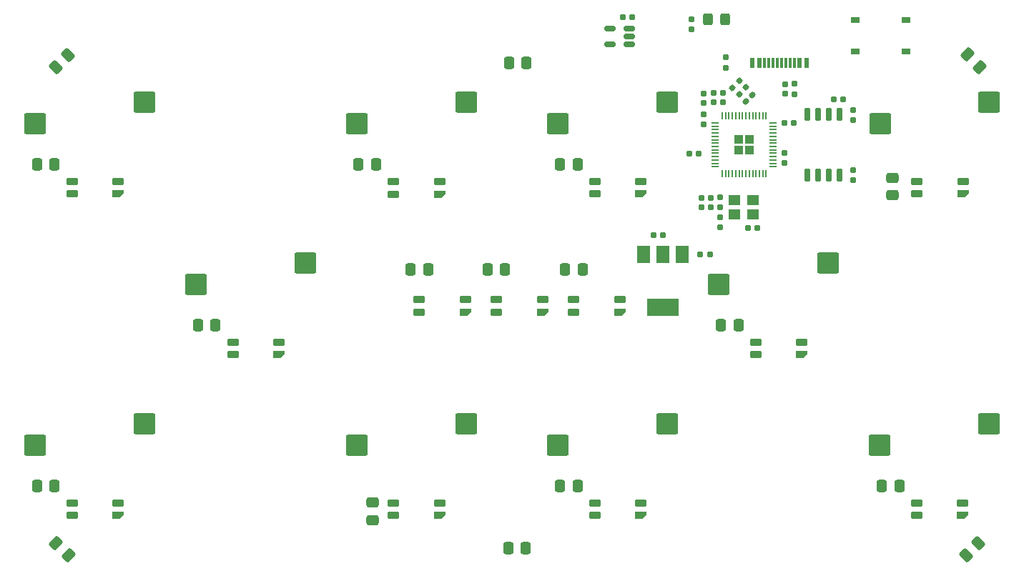
<source format=gbp>
%TF.GenerationSoftware,KiCad,Pcbnew,(7.0.0)*%
%TF.CreationDate,2023-03-23T02:06:17-06:00*%
%TF.ProjectId,PicoLX,5069636f-4c58-42e6-9b69-6361645f7063,rev?*%
%TF.SameCoordinates,Original*%
%TF.FileFunction,Paste,Bot*%
%TF.FilePolarity,Positive*%
%FSLAX46Y46*%
G04 Gerber Fmt 4.6, Leading zero omitted, Abs format (unit mm)*
G04 Created by KiCad (PCBNEW (7.0.0)) date 2023-03-23 02:06:17*
%MOMM*%
%LPD*%
G01*
G04 APERTURE LIST*
G04 Aperture macros list*
%AMRoundRect*
0 Rectangle with rounded corners*
0 $1 Rounding radius*
0 $2 $3 $4 $5 $6 $7 $8 $9 X,Y pos of 4 corners*
0 Add a 4 corners polygon primitive as box body*
4,1,4,$2,$3,$4,$5,$6,$7,$8,$9,$2,$3,0*
0 Add four circle primitives for the rounded corners*
1,1,$1+$1,$2,$3*
1,1,$1+$1,$4,$5*
1,1,$1+$1,$6,$7*
1,1,$1+$1,$8,$9*
0 Add four rect primitives between the rounded corners*
20,1,$1+$1,$2,$3,$4,$5,0*
20,1,$1+$1,$4,$5,$6,$7,0*
20,1,$1+$1,$6,$7,$8,$9,0*
20,1,$1+$1,$8,$9,$2,$3,0*%
%AMFreePoly0*
4,1,18,-0.410000,0.593000,-0.403758,0.624380,-0.385983,0.650983,-0.359380,0.668758,-0.328000,0.675000,0.328000,0.675000,0.359380,0.668758,0.385983,0.650983,0.403758,0.624380,0.410000,0.593000,0.410000,-0.593000,0.403758,-0.624380,0.385983,-0.650983,0.359380,-0.668758,0.328000,-0.675000,0.000000,-0.675000,-0.410000,-0.265000,-0.410000,0.593000,-0.410000,0.593000,$1*%
G04 Aperture macros list end*
%ADD10RoundRect,0.155000X0.212500X0.155000X-0.212500X0.155000X-0.212500X-0.155000X0.212500X-0.155000X0*%
%ADD11RoundRect,0.160000X0.160000X-0.197500X0.160000X0.197500X-0.160000X0.197500X-0.160000X-0.197500X0*%
%ADD12RoundRect,0.250000X-0.337500X-0.475000X0.337500X-0.475000X0.337500X0.475000X-0.337500X0.475000X0*%
%ADD13RoundRect,0.250000X0.475000X-0.337500X0.475000X0.337500X-0.475000X0.337500X-0.475000X-0.337500X0*%
%ADD14RoundRect,0.250000X0.337500X0.475000X-0.337500X0.475000X-0.337500X-0.475000X0.337500X-0.475000X0*%
%ADD15RoundRect,0.250000X-0.475000X0.337500X-0.475000X-0.337500X0.475000X-0.337500X0.475000X0.337500X0*%
%ADD16RoundRect,0.250000X0.574524X0.097227X0.097227X0.574524X-0.574524X-0.097227X-0.097227X-0.574524X0*%
%ADD17RoundRect,0.250000X0.097227X-0.574524X0.574524X-0.097227X-0.097227X0.574524X-0.574524X0.097227X0*%
%ADD18RoundRect,0.250000X-0.097227X0.574524X-0.574524X0.097227X0.097227X-0.574524X0.574524X-0.097227X0*%
%ADD19RoundRect,0.082000X0.593000X-0.328000X0.593000X0.328000X-0.593000X0.328000X-0.593000X-0.328000X0*%
%ADD20FreePoly0,90.000000*%
%ADD21RoundRect,0.200000X-1.075000X-1.050000X1.075000X-1.050000X1.075000X1.050000X-1.075000X1.050000X0*%
%ADD22RoundRect,0.160000X-0.160000X0.197500X-0.160000X-0.197500X0.160000X-0.197500X0.160000X0.197500X0*%
%ADD23RoundRect,0.160000X-0.026517X-0.252791X0.252791X0.026517X0.026517X0.252791X-0.252791X-0.026517X0*%
%ADD24R,1.400000X1.200000*%
%ADD25RoundRect,0.155000X-0.155000X0.212500X-0.155000X-0.212500X0.155000X-0.212500X0.155000X0.212500X0*%
%ADD26RoundRect,0.155000X0.155000X-0.212500X0.155000X0.212500X-0.155000X0.212500X-0.155000X-0.212500X0*%
%ADD27R,1.000000X0.750000*%
%ADD28RoundRect,0.155000X-0.212500X-0.155000X0.212500X-0.155000X0.212500X0.155000X-0.212500X0.155000X0*%
%ADD29R,0.600000X1.240000*%
%ADD30R,0.300000X1.240000*%
%ADD31RoundRect,0.250000X0.325000X0.450000X-0.325000X0.450000X-0.325000X-0.450000X0.325000X-0.450000X0*%
%ADD32RoundRect,0.050000X0.050000X0.387500X-0.050000X0.387500X-0.050000X-0.387500X0.050000X-0.387500X0*%
%ADD33RoundRect,0.050000X0.387500X0.050000X-0.387500X0.050000X-0.387500X-0.050000X0.387500X-0.050000X0*%
%ADD34RoundRect,0.250000X0.292217X0.292217X-0.292217X0.292217X-0.292217X-0.292217X0.292217X-0.292217X0*%
%ADD35RoundRect,0.150000X0.512500X0.150000X-0.512500X0.150000X-0.512500X-0.150000X0.512500X-0.150000X0*%
%ADD36R,1.500000X2.000000*%
%ADD37R,3.800000X2.000000*%
%ADD38RoundRect,0.155000X-0.040659X-0.259862X0.259862X0.040659X0.040659X0.259862X-0.259862X-0.040659X0*%
%ADD39RoundRect,0.150000X0.150000X-0.650000X0.150000X0.650000X-0.150000X0.650000X-0.150000X-0.650000X0*%
G04 APERTURE END LIST*
D10*
%TO.C,C17*%
X172967500Y-62175000D03*
X171832500Y-62175000D03*
%TD*%
D11*
%TO.C,R2*%
X179950000Y-63597500D03*
X179950000Y-62402500D03*
%TD*%
D12*
%TO.C,C36*%
X146714300Y-92049600D03*
X148789300Y-92049600D03*
%TD*%
%TO.C,C35*%
X155832900Y-92049600D03*
X157907900Y-92049600D03*
%TD*%
%TO.C,C34*%
X167077300Y-92049600D03*
X165002300Y-92049600D03*
%TD*%
%TO.C,C33*%
X102471400Y-79603600D03*
X104546400Y-79603600D03*
%TD*%
%TO.C,C32*%
X102471400Y-117703600D03*
X104546400Y-117703600D03*
%TD*%
%TO.C,C31*%
X123596400Y-98653600D03*
X121521400Y-98653600D03*
%TD*%
D13*
%TO.C,C30*%
X142240000Y-121738300D03*
X142240000Y-119663300D03*
%TD*%
D12*
%TO.C,C29*%
X142595600Y-79603600D03*
X140520600Y-79603600D03*
%TD*%
D14*
%TO.C,C28*%
X166471600Y-117703600D03*
X164396600Y-117703600D03*
%TD*%
%TO.C,C27*%
X166471600Y-79603600D03*
X164396600Y-79603600D03*
%TD*%
%TO.C,C26*%
X185521600Y-98653600D03*
X183446600Y-98653600D03*
%TD*%
%TO.C,C25*%
X204571600Y-117703600D03*
X202496600Y-117703600D03*
%TD*%
D15*
%TO.C,C24*%
X203758800Y-81178400D03*
X203758800Y-83253400D03*
%TD*%
D16*
%TO.C,C23*%
X214093623Y-68043623D03*
X212626377Y-66576377D03*
%TD*%
D17*
%TO.C,C22*%
X212473977Y-125904823D03*
X213941223Y-124437577D03*
%TD*%
D12*
%TO.C,C21*%
X158271300Y-125018800D03*
X160346300Y-125018800D03*
%TD*%
D16*
%TO.C,C20*%
X106194423Y-125904823D03*
X104727177Y-124437577D03*
%TD*%
D18*
%TO.C,C19*%
X106143623Y-66627177D03*
X104676377Y-68094423D03*
%TD*%
D12*
%TO.C,C18*%
X158347500Y-67564000D03*
X160422500Y-67564000D03*
%TD*%
D19*
%TO.C,LED19*%
X147745000Y-95600000D03*
X147745000Y-97100000D03*
X153195000Y-95600000D03*
D20*
X153194999Y-97099999D03*
%TD*%
D19*
%TO.C,LED18*%
X156875000Y-95600000D03*
X156875000Y-97100000D03*
X162325000Y-95600000D03*
D20*
X162324999Y-97099999D03*
%TD*%
D19*
%TO.C,LED17*%
X166025000Y-95600000D03*
X166025000Y-97100000D03*
X171475000Y-95600000D03*
D20*
X171474999Y-97099999D03*
%TD*%
D19*
%TO.C,LED16*%
X106615000Y-81600000D03*
X106615000Y-83100000D03*
X112065000Y-81600000D03*
D20*
X112064999Y-83099999D03*
%TD*%
%TO.C,LED15*%
X112064999Y-121199999D03*
D19*
X112065000Y-119700000D03*
X106615000Y-121200000D03*
X106615000Y-119700000D03*
%TD*%
%TO.C,LED14*%
X125665000Y-100650000D03*
X125665000Y-102150000D03*
X131115000Y-100650000D03*
D20*
X131114999Y-102149999D03*
%TD*%
%TO.C,LED13*%
X150149999Y-121199999D03*
D19*
X150150000Y-119700000D03*
X144700000Y-121200000D03*
X144700000Y-119700000D03*
%TD*%
%TO.C,LED12*%
X144675000Y-81625000D03*
X144675000Y-83125000D03*
X150125000Y-81625000D03*
D20*
X150124999Y-83124999D03*
%TD*%
D19*
%TO.C,LED11*%
X168525000Y-81600000D03*
X168525000Y-83100000D03*
X173975000Y-81600000D03*
D20*
X173974999Y-83099999D03*
%TD*%
D19*
%TO.C,LED10*%
X168495000Y-119700000D03*
X168495000Y-121200000D03*
X173945000Y-119700000D03*
D20*
X173944999Y-121199999D03*
%TD*%
D19*
%TO.C,LED9*%
X187575000Y-100650000D03*
X187575000Y-102150000D03*
X193025000Y-100650000D03*
D20*
X193024999Y-102149999D03*
%TD*%
D19*
%TO.C,LED8*%
X206625000Y-119700000D03*
X206625000Y-121200000D03*
X212075000Y-119700000D03*
D20*
X212074999Y-121199999D03*
%TD*%
D19*
%TO.C,LED7*%
X206650000Y-81600000D03*
X206650000Y-83100000D03*
X212100000Y-81600000D03*
D20*
X212099999Y-83099999D03*
%TD*%
D21*
%TO.C,MX9*%
X215203152Y-72183634D03*
X202276152Y-74723634D03*
%TD*%
%TO.C,MX1*%
X115183752Y-110288834D03*
X102256752Y-112828834D03*
%TD*%
%TO.C,MX6*%
X177058152Y-110288834D03*
X164131152Y-112828834D03*
%TD*%
%TO.C,MX5*%
X153258352Y-110288834D03*
X140331352Y-112828834D03*
%TD*%
%TO.C,MX7*%
X177093152Y-72193634D03*
X164166152Y-74733634D03*
%TD*%
%TO.C,MX3*%
X134233752Y-91238834D03*
X121306752Y-93778834D03*
%TD*%
%TO.C,MX10*%
X202266152Y-112833634D03*
X215193152Y-110293634D03*
%TD*%
%TO.C,MX4*%
X153258352Y-72214234D03*
X140331352Y-74754234D03*
%TD*%
%TO.C,MX2*%
X102256752Y-74728834D03*
X115183752Y-72188834D03*
%TD*%
%TO.C,MX8*%
X196143152Y-91243634D03*
X183216152Y-93783634D03*
%TD*%
D11*
%TO.C,R7*%
X192125600Y-71255536D03*
X192125600Y-70060536D03*
%TD*%
D22*
%TO.C,R1*%
X199142404Y-73146036D03*
X199142404Y-74341036D03*
%TD*%
D23*
%TO.C,R5*%
X184789189Y-70503705D03*
X185634181Y-69658713D03*
%TD*%
D24*
%TO.C,Y1*%
X187270803Y-85554535D03*
X185070803Y-85554535D03*
X185070803Y-83854535D03*
X187270803Y-83854535D03*
%TD*%
D25*
%TO.C,C14*%
X182276804Y-83564636D03*
X182276804Y-84699636D03*
%TD*%
D26*
%TO.C,C11*%
X183369004Y-87011036D03*
X183369004Y-85876036D03*
%TD*%
D27*
%TO.C,SW1*%
X205342803Y-62470535D03*
X199342803Y-62470535D03*
X205342803Y-66220535D03*
X199342803Y-66220535D03*
%TD*%
D25*
%TO.C,C1*%
X181184604Y-83564636D03*
X181184604Y-84699636D03*
%TD*%
%TO.C,C9*%
X190980304Y-78264736D03*
X190980304Y-79399736D03*
%TD*%
D10*
%TO.C,C6*%
X183699204Y-72237600D03*
X182564204Y-72237600D03*
%TD*%
D28*
%TO.C,C15*%
X180991700Y-90220400D03*
X182126700Y-90220400D03*
%TD*%
D29*
%TO.C,J1*%
X187186803Y-67530535D03*
X187986803Y-67530535D03*
D30*
X188636803Y-67530535D03*
X189636803Y-67530535D03*
X191136803Y-67530535D03*
X192136803Y-67530535D03*
D29*
X192786803Y-67530535D03*
X193586803Y-67530535D03*
X193586803Y-67530535D03*
X192786803Y-67530535D03*
D30*
X191636803Y-67530535D03*
X190636803Y-67530535D03*
X190136803Y-67530535D03*
X189136803Y-67530535D03*
D29*
X187986803Y-67530535D03*
X187186803Y-67530535D03*
%TD*%
D31*
%TO.C,D1*%
X183962204Y-62389736D03*
X181912204Y-62389736D03*
%TD*%
D32*
%TO.C,U1*%
X188808804Y-73836636D03*
X188408804Y-73836636D03*
X188008804Y-73836636D03*
X187608804Y-73836636D03*
X187208804Y-73836636D03*
X186808804Y-73836636D03*
X186408804Y-73836636D03*
X186008804Y-73836636D03*
X185608804Y-73836636D03*
X185208804Y-73836636D03*
X184808804Y-73836636D03*
X184408804Y-73836636D03*
X184008804Y-73836636D03*
X183608804Y-73836636D03*
D33*
X182771304Y-74674136D03*
X182771304Y-75074136D03*
X182771304Y-75474136D03*
X182771304Y-75874136D03*
X182771304Y-76274136D03*
X182771304Y-76674136D03*
X182771304Y-77074136D03*
X182771304Y-77474136D03*
X182771304Y-77874136D03*
X182771304Y-78274136D03*
X182771304Y-78674136D03*
X182771304Y-79074136D03*
X182771304Y-79474136D03*
X182771304Y-79874136D03*
D32*
X183608804Y-80711636D03*
X184008804Y-80711636D03*
X184408804Y-80711636D03*
X184808804Y-80711636D03*
X185208804Y-80711636D03*
X185608804Y-80711636D03*
X186008804Y-80711636D03*
X186408804Y-80711636D03*
X186808804Y-80711636D03*
X187208804Y-80711636D03*
X187608804Y-80711636D03*
X188008804Y-80711636D03*
X188408804Y-80711636D03*
X188808804Y-80711636D03*
D33*
X189646304Y-79874136D03*
X189646304Y-79474136D03*
X189646304Y-79074136D03*
X189646304Y-78674136D03*
X189646304Y-78274136D03*
X189646304Y-77874136D03*
X189646304Y-77474136D03*
X189646304Y-77074136D03*
X189646304Y-76674136D03*
X189646304Y-76274136D03*
X189646304Y-75874136D03*
X189646304Y-75474136D03*
X189646304Y-75074136D03*
X189646304Y-74674136D03*
D34*
X185571304Y-76636636D03*
X185571304Y-77911636D03*
X186846304Y-76636636D03*
X186846304Y-77911636D03*
%TD*%
D23*
%TO.C,R4*%
X185597412Y-71311928D03*
X186442404Y-70466936D03*
%TD*%
D10*
%TO.C,C16*%
X176580800Y-87985200D03*
X175445800Y-87985200D03*
%TD*%
%TO.C,C12*%
X180829004Y-78290136D03*
X179694004Y-78290136D03*
%TD*%
D26*
%TO.C,C8*%
X181413204Y-74819036D03*
X181413204Y-73684036D03*
%TD*%
D11*
%TO.C,R8*%
X183369004Y-84704236D03*
X183369004Y-83509236D03*
%TD*%
D35*
%TO.C,U4*%
X172593000Y-63505001D03*
X172593000Y-64455001D03*
X172593000Y-65405001D03*
X170318000Y-65405001D03*
X170318000Y-63505001D03*
%TD*%
D26*
%TO.C,C13*%
X181406800Y-72322500D03*
X181406800Y-71187500D03*
%TD*%
D11*
%TO.C,R3*%
X199142404Y-81427636D03*
X199142404Y-80232636D03*
%TD*%
D28*
%TO.C,C10*%
X186636904Y-87103936D03*
X187771904Y-87103936D03*
%TD*%
D36*
%TO.C,U3*%
X174280799Y-90220000D03*
X176580799Y-90220000D03*
D37*
X176580799Y-96520000D03*
D36*
X178880799Y-90220000D03*
%TD*%
D28*
%TO.C,C7*%
X190973900Y-74676000D03*
X192108900Y-74676000D03*
%TD*%
D38*
%TO.C,C5*%
X186396721Y-72138219D03*
X187199287Y-71335653D03*
%TD*%
D39*
%TO.C,U2*%
X197516804Y-80874136D03*
X196246804Y-80874136D03*
X194976804Y-80874136D03*
X193706804Y-80874136D03*
X193706804Y-73674136D03*
X194976804Y-73674136D03*
X196246804Y-73674136D03*
X197516804Y-73674136D03*
%TD*%
D22*
%TO.C,R6*%
X184054804Y-66923036D03*
X184054804Y-68118036D03*
%TD*%
D10*
%TO.C,C3*%
X182564204Y-71120000D03*
X183699204Y-71120000D03*
%TD*%
D26*
%TO.C,C2*%
X191033400Y-71204900D03*
X191033400Y-70069900D03*
%TD*%
D10*
%TO.C,C4*%
X197948604Y-71914736D03*
X196813604Y-71914736D03*
%TD*%
M02*

</source>
